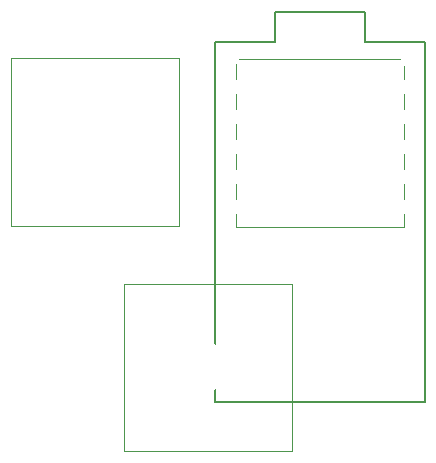
<source format=gto>
%TF.GenerationSoftware,KiCad,Pcbnew,(6.0.8)*%
%TF.CreationDate,2024-06-02T21:29:15+02:00*%
%TF.ProjectId,micropad,6d696372-6f70-4616-942e-6b696361645f,rev?*%
%TF.SameCoordinates,Original*%
%TF.FileFunction,Legend,Top*%
%TF.FilePolarity,Positive*%
%FSLAX46Y46*%
G04 Gerber Fmt 4.6, Leading zero omitted, Abs format (unit mm)*
G04 Created by KiCad (PCBNEW (6.0.8)) date 2024-06-02 21:29:15*
%MOMM*%
%LPD*%
G01*
G04 APERTURE LIST*
%ADD10C,0.150000*%
%ADD11C,0.120000*%
%ADD12R,1.600000X1.600000*%
%ADD13C,1.600000*%
%ADD14C,3.048000*%
%ADD15C,3.987800*%
%ADD16C,4.000000*%
%ADD17C,2.500000*%
%ADD18O,1.600000X1.600000*%
G04 APERTURE END LIST*
D10*
X59160000Y-79060000D02*
X76940000Y-79060000D01*
X76940000Y-79060000D02*
X76940000Y-48580000D01*
X76940000Y-48580000D02*
X71860000Y-48580000D01*
X71860000Y-48580000D02*
X71860000Y-46040000D01*
X71860000Y-46040000D02*
X64240000Y-46040000D01*
X64240000Y-46040000D02*
X64240000Y-48580000D01*
X64240000Y-48580000D02*
X59160000Y-48580000D01*
X59160000Y-48580000D02*
X59160000Y-79060000D01*
D11*
X65650000Y-69060000D02*
X51450000Y-69060000D01*
X65650000Y-83260000D02*
X65650000Y-69060000D01*
X51450000Y-83260000D02*
X65650000Y-83260000D01*
X51450000Y-69060000D02*
X51450000Y-83260000D01*
X60960000Y-50040000D02*
X60960000Y-64240000D01*
X60960000Y-64240000D02*
X75160000Y-64240000D01*
X75160000Y-64240000D02*
X75160000Y-50040000D01*
X75160000Y-50040000D02*
X60960000Y-50040000D01*
X56090000Y-50000000D02*
X41890000Y-50000000D01*
X56090000Y-64200000D02*
X56090000Y-50000000D01*
X41890000Y-64200000D02*
X56090000Y-64200000D01*
X41890000Y-50000000D02*
X41890000Y-64200000D01*
%LPC*%
D12*
X75670000Y-49850000D03*
D13*
X75670000Y-52390000D03*
X75670000Y-54930000D03*
X75670000Y-57470000D03*
X75670000Y-60010000D03*
X75670000Y-62550000D03*
X75670000Y-65090000D03*
X75670000Y-67630000D03*
X75670000Y-70170000D03*
X75670000Y-72710000D03*
X75670000Y-75250000D03*
X75670000Y-77790000D03*
X60430000Y-67630000D03*
X60430000Y-65090000D03*
X60430000Y-62550000D03*
X60430000Y-60010000D03*
X60430000Y-57470000D03*
X60430000Y-54930000D03*
X60430000Y-52390000D03*
X60430000Y-49850000D03*
D14*
X46592000Y-69160050D03*
X70468000Y-69160050D03*
D15*
X46592000Y-84370050D03*
X70468000Y-84370050D03*
D16*
X58550000Y-76160000D03*
D17*
X61090000Y-71080000D03*
X54740000Y-73620000D03*
D18*
X41270000Y-68260000D03*
D12*
X41270000Y-75880000D03*
D17*
X64250000Y-54600000D03*
X70600000Y-52060000D03*
D16*
X68060000Y-57140000D03*
X48990000Y-57100000D03*
D17*
X51530000Y-52020000D03*
X45180000Y-54560000D03*
M02*

</source>
